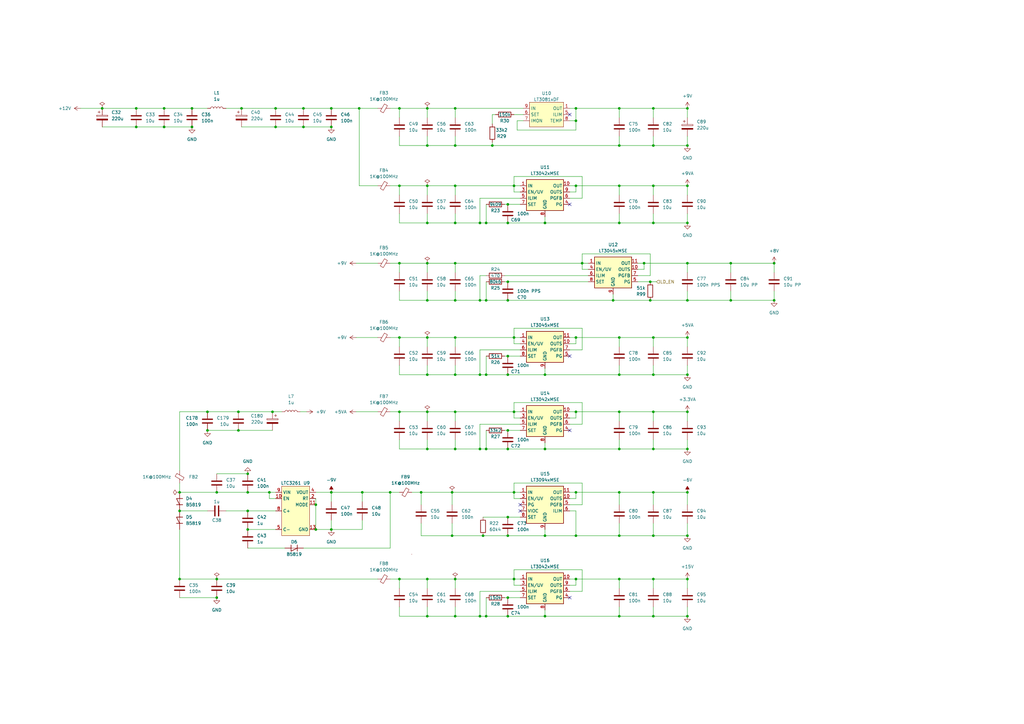
<source format=kicad_sch>
(kicad_sch (version 20230121) (generator eeschema)
  (paper "A3")
  (title_block (title "Kirdy") (date "2022-07-03") (rev "r0.1") (company "M-Labs") (comment 1 "Alex Wong Tat Hang"))
  (junction (at 175.26 237.49))
  (junction (at 223.52 184.15))
  (junction (at 236.22 76.2))
  (junction (at 238.76 107.95))
  (junction (at 210.82 201.93))
  (junction (at 78.74 44.45))
  (junction (at 210.82 76.2))
  (junction (at 236.22 168.91))
  (junction (at 185.42 219.71))
  (junction (at 101.6 217.17))
  (junction (at 254 184.15))
  (junction (at 208.28 245.11))
  (junction (at 185.42 201.93))
  (junction (at 208.28 176.53))
  (junction (at 135.89 217.17))
  (junction (at 147.32 44.45))
  (junction (at 210.82 138.43))
  (junction (at 254 91.44))
  (junction (at 266.7 115.57))
  (junction (at 236.22 49.53))
  (junction (at 208.28 252.73))
  (junction (at 196.85 184.15))
  (junction (at 266.7 123.19))
  (junction (at 88.9 237.49))
  (junction (at 199.39 252.73))
  (junction (at 186.69 138.43))
  (junction (at 208.28 184.15))
  (junction (at 78.74 52.07))
  (junction (at 254 44.45))
  (junction (at 267.97 76.2))
  (junction (at 199.39 153.67))
  (junction (at 254 237.49))
  (junction (at 111.76 168.91))
  (junction (at 163.83 76.2))
  (junction (at 317.5 107.95))
  (junction (at 99.06 44.45))
  (junction (at 67.31 52.07))
  (junction (at 175.26 59.69))
  (junction (at 267.97 201.93))
  (junction (at 113.03 52.07))
  (junction (at 175.26 153.67))
  (junction (at 175.26 91.44))
  (junction (at 41.91 44.45))
  (junction (at 281.94 138.43))
  (junction (at 267.97 138.43))
  (junction (at 175.26 107.95))
  (junction (at 85.09 168.91))
  (junction (at 196.85 91.44))
  (junction (at 199.39 123.19))
  (junction (at 267.97 252.73))
  (junction (at 281.94 237.49))
  (junction (at 186.69 252.73))
  (junction (at 208.28 123.19))
  (junction (at 254 219.71))
  (junction (at 97.79 168.91))
  (junction (at 148.59 201.93))
  (junction (at 223.52 153.67))
  (junction (at 223.52 91.44))
  (junction (at 236.22 44.45))
  (junction (at 101.6 209.55))
  (junction (at 281.94 76.2))
  (junction (at 281.94 201.93))
  (junction (at 281.94 168.91))
  (junction (at 186.69 107.95))
  (junction (at 317.5 123.19))
  (junction (at 281.94 44.45))
  (junction (at 186.69 237.49))
  (junction (at 186.69 184.15))
  (junction (at 163.83 168.91))
  (junction (at 236.22 219.71))
  (junction (at 254 168.91))
  (junction (at 281.94 252.73))
  (junction (at 251.46 123.19))
  (junction (at 186.69 76.2))
  (junction (at 198.12 219.71))
  (junction (at 281.94 184.15))
  (junction (at 267.97 44.45))
  (junction (at 135.89 201.93))
  (junction (at 186.69 91.44))
  (junction (at 267.97 168.91))
  (junction (at 175.26 168.91))
  (junction (at 281.94 219.71))
  (junction (at 160.02 201.93))
  (junction (at 186.69 59.69))
  (junction (at 208.28 83.82))
  (junction (at 135.89 52.07))
  (junction (at 236.22 201.93))
  (junction (at 113.03 44.45))
  (junction (at 254 153.67))
  (junction (at 254 138.43))
  (junction (at 210.82 168.91))
  (junction (at 281.94 91.44))
  (junction (at 254 59.69))
  (junction (at 267.97 184.15))
  (junction (at 299.72 123.19))
  (junction (at 254 76.2))
  (junction (at 101.6 201.93))
  (junction (at 163.83 138.43))
  (junction (at 186.69 123.19))
  (junction (at 175.26 252.73))
  (junction (at 135.89 44.45))
  (junction (at 196.85 123.19))
  (junction (at 208.28 91.44))
  (junction (at 172.72 201.93))
  (junction (at 208.28 153.67))
  (junction (at 73.66 209.55))
  (junction (at 201.93 59.69))
  (junction (at 267.97 237.49))
  (junction (at 208.28 212.09))
  (junction (at 196.85 252.73))
  (junction (at 124.46 52.07))
  (junction (at 175.26 184.15))
  (junction (at 163.83 107.95))
  (junction (at 186.69 153.67))
  (junction (at 88.9 201.93))
  (junction (at 254 201.93))
  (junction (at 85.09 176.53))
  (junction (at 110.49 201.93))
  (junction (at 208.28 115.57))
  (junction (at 264.16 107.95))
  (junction (at 267.97 219.71))
  (junction (at 208.28 146.05))
  (junction (at 223.52 252.73))
  (junction (at 73.66 201.93))
  (junction (at 175.26 123.19))
  (junction (at 281.94 59.69))
  (junction (at 97.79 176.53))
  (junction (at 267.97 59.69))
  (junction (at 55.88 52.07))
  (junction (at 236.22 237.49))
  (junction (at 281.94 153.67))
  (junction (at 223.52 219.71))
  (junction (at 208.28 219.71))
  (junction (at 299.72 107.95))
  (junction (at 175.26 76.2))
  (junction (at 175.26 138.43))
  (junction (at 163.83 44.45))
  (junction (at 199.39 184.15))
  (junction (at 101.6 194.31))
  (junction (at 88.9 245.11))
  (junction (at 267.97 91.44))
  (junction (at 281.94 123.19))
  (junction (at 175.26 44.45))
  (junction (at 210.82 237.49))
  (junction (at 254 252.73))
  (junction (at 73.66 237.49))
  (junction (at 163.83 237.49))
  (junction (at 186.69 168.91))
  (junction (at 129.54 207.01))
  (junction (at 67.31 44.45))
  (junction (at 267.97 153.67))
  (junction (at 124.46 44.45))
  (junction (at 55.88 44.45))
  (junction (at 186.69 44.45))
  (junction (at 281.94 107.95))
  (junction (at 129.54 217.17))
  (junction (at 236.22 138.43))
  (junction (at 199.39 91.44))
  (junction (at 196.85 153.67))
  (no_connect (at 233.68 176.53))
  (no_connect (at 233.68 245.11))
  (no_connect (at 233.68 46.99))
  (no_connect (at 213.36 209.55))
  (no_connect (at 213.36 207.01))
  (no_connect (at 233.68 83.82))
  (no_connect (at 233.68 146.05))
  (wire (pts (xy 88.9 201.93) (xy 101.6 201.93)))
  (wire (pts (xy 207.01 176.53) (xy 208.28 176.53)))
  (wire (pts (xy 267.97 214.63) (xy 267.97 219.71)))
  (wire (pts (xy 267.97 153.67) (xy 267.97 149.86)))
  (wire (pts (xy 196.85 81.28) (xy 196.85 91.44)))
  (wire (pts (xy 175.26 241.3) (xy 175.26 237.49)))
  (wire (pts (xy 160.02 237.49) (xy 163.83 237.49)))
  (wire (pts (xy 254 237.49) (xy 254 241.3)))
  (wire (pts (xy 233.68 140.97) (xy 236.22 140.97)))
  (wire (pts (xy 148.59 201.93) (xy 148.59 205.74)))
  (wire (pts (xy 281.94 252.73) (xy 281.94 248.92)))
  (wire (pts (xy 281.94 107.95) (xy 281.94 111.76)))
  (wire (pts (xy 135.89 213.36) (xy 135.89 217.17)))
  (wire (pts (xy 163.83 252.73) (xy 163.83 248.92)))
  (wire (pts (xy 208.28 176.53) (xy 213.36 176.53)))
  (wire (pts (xy 124.46 44.45) (xy 135.89 44.45)))
  (wire (pts (xy 135.89 217.17) (xy 129.54 217.17)))
  (wire (pts (xy 201.93 58.42) (xy 201.93 59.69)))
  (wire (pts (xy 196.85 91.44) (xy 199.39 91.44)))
  (wire (pts (xy 299.72 107.95) (xy 299.72 111.76)))
  (wire (pts (xy 267.97 252.73) (xy 281.94 252.73)))
  (wire (pts (xy 160.02 107.95) (xy 163.83 107.95)))
  (wire (pts (xy 186.69 172.72) (xy 186.69 168.91)))
  (wire (pts (xy 196.85 113.03) (xy 199.39 113.03)))
  (wire (pts (xy 236.22 219.71) (xy 223.52 219.71)))
  (wire (pts (xy 175.26 123.19) (xy 186.69 123.19)))
  (wire (pts (xy 175.26 252.73) (xy 175.26 248.92)))
  (wire (pts (xy 186.69 123.19) (xy 196.85 123.19)))
  (wire (pts (xy 185.42 219.71) (xy 198.12 219.71)))
  (wire (pts (xy 201.93 50.8) (xy 201.93 46.99)))
  (wire (pts (xy 267.97 153.67) (xy 281.94 153.67)))
  (wire (pts (xy 85.09 176.53) (xy 97.79 176.53)))
  (wire (pts (xy 207.01 115.57) (xy 208.28 115.57)))
  (wire (pts (xy 175.26 123.19) (xy 175.26 119.38)))
  (wire (pts (xy 210.82 76.2) (xy 213.36 76.2)))
  (wire (pts (xy 85.09 168.91) (xy 97.79 168.91)))
  (wire (pts (xy 163.83 59.69) (xy 175.26 59.69)))
  (wire (pts (xy 210.82 237.49) (xy 213.36 237.49)))
  (wire (pts (xy 254 219.71) (xy 254 214.63)))
  (wire (pts (xy 199.39 184.15) (xy 208.28 184.15)))
  (wire (pts (xy 129.54 201.93) (xy 135.89 201.93)))
  (wire (pts (xy 175.26 142.24) (xy 175.26 138.43)))
  (wire (pts (xy 199.39 252.73) (xy 208.28 252.73)))
  (wire (pts (xy 186.69 80.01) (xy 186.69 76.2)))
  (wire (pts (xy 199.39 245.11) (xy 199.39 252.73)))
  (wire (pts (xy 172.72 214.63) (xy 172.72 219.71)))
  (wire (pts (xy 92.71 209.55) (xy 101.6 209.55)))
  (wire (pts (xy 186.69 107.95) (xy 238.76 107.95)))
  (wire (pts (xy 208.28 184.15) (xy 223.52 184.15)))
  (wire (pts (xy 175.26 184.15) (xy 186.69 184.15)))
  (wire (pts (xy 208.28 91.44) (xy 223.52 91.44)))
  (wire (pts (xy 213.36 204.47) (xy 210.82 204.47)))
  (wire (pts (xy 135.89 44.45) (xy 147.32 44.45)))
  (wire (pts (xy 254 219.71) (xy 267.97 219.71)))
  (wire (pts (xy 208.28 115.57) (xy 241.3 115.57)))
  (wire (pts (xy 163.83 252.73) (xy 175.26 252.73)))
  (wire (pts (xy 185.42 201.93) (xy 210.82 201.93)))
  (wire (pts (xy 186.69 168.91) (xy 210.82 168.91)))
  (wire (pts (xy 199.39 115.57) (xy 199.39 123.19)))
  (wire (pts (xy 175.26 76.2) (xy 186.69 76.2)))
  (wire (pts (xy 186.69 91.44) (xy 186.69 87.63)))
  (wire (pts (xy 199.39 146.05) (xy 199.39 153.67)))
  (wire (pts (xy 254 153.67) (xy 254 149.86)))
  (wire (pts (xy 238.76 134.62) (xy 210.82 134.62)))
  (wire (pts (xy 199.39 153.67) (xy 208.28 153.67)))
  (wire (pts (xy 172.72 219.71) (xy 185.42 219.71)))
  (wire (pts (xy 223.52 91.44) (xy 254 91.44)))
  (wire (pts (xy 236.22 240.03) (xy 236.22 237.49)))
  (wire (pts (xy 101.6 224.79) (xy 116.84 224.79)))
  (wire (pts (xy 198.12 219.71) (xy 208.28 219.71)))
  (wire (pts (xy 254 184.15) (xy 254 180.34)))
  (wire (pts (xy 210.82 140.97) (xy 210.82 138.43)))
  (wire (pts (xy 55.88 52.07) (xy 67.31 52.07)))
  (wire (pts (xy 196.85 81.28) (xy 213.36 81.28)))
  (wire (pts (xy 267.97 59.69) (xy 254 59.69)))
  (wire (pts (xy 212.09 49.53) (xy 214.63 49.53)))
  (wire (pts (xy 241.3 110.49) (xy 238.76 110.49)))
  (wire (pts (xy 281.94 107.95) (xy 299.72 107.95)))
  (wire (pts (xy 267.97 91.44) (xy 267.97 87.63)))
  (wire (pts (xy 223.52 250.19) (xy 223.52 252.73)))
  (wire (pts (xy 281.94 123.19) (xy 281.94 119.38)))
  (wire (pts (xy 254 201.93) (xy 267.97 201.93)))
  (wire (pts (xy 186.69 44.45) (xy 214.63 44.45)))
  (wire (pts (xy 196.85 173.99) (xy 213.36 173.99)))
  (wire (pts (xy 175.26 184.15) (xy 175.26 180.34)))
  (wire (pts (xy 261.62 113.03) (xy 266.7 113.03)))
  (wire (pts (xy 238.76 107.95) (xy 241.3 107.95)))
  (wire (pts (xy 186.69 241.3) (xy 186.69 237.49)))
  (wire (pts (xy 254 237.49) (xy 267.97 237.49)))
  (wire (pts (xy 146.05 168.91) (xy 154.94 168.91)))
  (wire (pts (xy 236.22 237.49) (xy 254 237.49)))
  (wire (pts (xy 210.82 201.93) (xy 213.36 201.93)))
  (wire (pts (xy 236.22 44.45) (xy 236.22 49.53)))
  (wire (pts (xy 207.01 245.11) (xy 208.28 245.11)))
  (wire (pts (xy 210.82 78.74) (xy 210.82 76.2)))
  (wire (pts (xy 196.85 252.73) (xy 199.39 252.73)))
  (wire (pts (xy 186.69 153.67) (xy 196.85 153.67)))
  (wire (pts (xy 236.22 219.71) (xy 254 219.71)))
  (wire (pts (xy 210.82 138.43) (xy 213.36 138.43)))
  (wire (pts (xy 73.66 198.12) (xy 73.66 201.93)))
  (wire (pts (xy 238.76 173.99) (xy 238.76 165.1)))
  (wire (pts (xy 175.26 172.72) (xy 175.26 168.91)))
  (wire (pts (xy 113.03 52.07) (xy 124.46 52.07)))
  (wire (pts (xy 73.66 237.49) (xy 73.66 217.17)))
  (wire (pts (xy 238.76 165.1) (xy 210.82 165.1)))
  (wire (pts (xy 208.28 123.19) (xy 251.46 123.19)))
  (wire (pts (xy 113.03 44.45) (xy 124.46 44.45)))
  (wire (pts (xy 281.94 76.2) (xy 281.94 80.01)))
  (wire (pts (xy 163.83 172.72) (xy 163.83 168.91)))
  (wire (pts (xy 281.94 184.15) (xy 281.94 180.34)))
  (wire (pts (xy 201.93 46.99) (xy 203.2 46.99)))
  (wire (pts (xy 266.7 104.14) (xy 238.76 104.14)))
  (wire (pts (xy 210.82 240.03) (xy 210.82 237.49)))
  (wire (pts (xy 281.94 168.91) (xy 281.94 172.72)))
  (wire (pts (xy 163.83 107.95) (xy 175.26 107.95)))
  (wire (pts (xy 233.68 143.51) (xy 238.76 143.51)))
  (wire (pts (xy 261.62 115.57) (xy 266.7 115.57)))
  (wire (pts (xy 254 48.26) (xy 254 44.45)))
  (wire (pts (xy 196.85 113.03) (xy 196.85 123.19)))
  (wire (pts (xy 236.22 201.93) (xy 254 201.93)))
  (wire (pts (xy 73.66 237.49) (xy 88.9 237.49)))
  (wire (pts (xy 175.26 168.91) (xy 186.69 168.91)))
  (wire (pts (xy 233.68 240.03) (xy 236.22 240.03)))
  (wire (pts (xy 201.93 59.69) (xy 254 59.69)))
  (wire (pts (xy 175.26 44.45) (xy 186.69 44.45)))
  (wire (pts (xy 160.02 44.45) (xy 163.83 44.45)))
  (wire (pts (xy 124.46 52.07) (xy 135.89 52.07)))
  (wire (pts (xy 236.22 138.43) (xy 254 138.43)))
  (wire (pts (xy 110.49 201.93) (xy 113.03 201.93)))
  (wire (pts (xy 233.68 173.99) (xy 238.76 173.99)))
  (wire (pts (xy 210.82 134.62) (xy 210.82 138.43)))
  (wire (pts (xy 267.97 76.2) (xy 267.97 80.01)))
  (wire (pts (xy 267.97 138.43) (xy 281.94 138.43)))
  (wire (pts (xy 254 44.45) (xy 267.97 44.45)))
  (wire (pts (xy 254 91.44) (xy 267.97 91.44)))
  (wire (pts (xy 299.72 123.19) (xy 299.72 119.38)))
  (wire (pts (xy 266.7 113.03) (xy 266.7 104.14)))
  (wire (pts (xy 223.52 151.13) (xy 223.52 153.67)))
  (wire (pts (xy 233.68 138.43) (xy 236.22 138.43)))
  (wire (pts (xy 163.83 59.69) (xy 163.83 55.88)))
  (wire (pts (xy 233.68 81.28) (xy 238.76 81.28)))
  (wire (pts (xy 196.85 153.67) (xy 199.39 153.67)))
  (wire (pts (xy 163.83 123.19) (xy 175.26 123.19)))
  (wire (pts (xy 223.52 181.61) (xy 223.52 184.15)))
  (wire (pts (xy 113.03 204.47) (xy 110.49 204.47)))
  (wire (pts (xy 73.66 245.11) (xy 88.9 245.11)))
  (wire (pts (xy 186.69 59.69) (xy 201.93 59.69)))
  (wire (pts (xy 186.69 153.67) (xy 186.69 149.86)))
  (wire (pts (xy 186.69 123.19) (xy 186.69 119.38)))
  (wire (pts (xy 233.68 76.2) (xy 236.22 76.2)))
  (wire (pts (xy 185.42 214.63) (xy 185.42 219.71)))
  (wire (pts (xy 208.28 252.73) (xy 223.52 252.73)))
  (wire (pts (xy 175.26 252.73) (xy 186.69 252.73)))
  (wire (pts (xy 168.91 201.93) (xy 172.72 201.93)))
  (wire (pts (xy 186.69 48.26) (xy 186.69 44.45)))
  (wire (pts (xy 135.89 201.93) (xy 148.59 201.93)))
  (wire (pts (xy 115.57 168.91) (xy 111.76 168.91)))
  (wire (pts (xy 123.19 168.91) (xy 125.73 168.91)))
  (wire (pts (xy 267.97 44.45) (xy 281.94 44.45)))
  (wire (pts (xy 199.39 176.53) (xy 199.39 184.15)))
  (wire (pts (xy 254 168.91) (xy 254 172.72)))
  (wire (pts (xy 254 201.93) (xy 254 207.01)))
  (wire (pts (xy 185.42 201.93) (xy 185.42 207.01)))
  (wire (pts (xy 135.89 201.93) (xy 135.89 205.74)))
  (wire (pts (xy 213.36 78.74) (xy 210.82 78.74)))
  (wire (pts (xy 267.97 48.26) (xy 267.97 44.45)))
  (wire (pts (xy 163.83 237.49) (xy 175.26 237.49)))
  (wire (pts (xy 196.85 143.51) (xy 213.36 143.51)))
  (wire (pts (xy 186.69 252.73) (xy 186.69 248.92)))
  (wire (pts (xy 175.26 153.67) (xy 175.26 149.86)))
  (wire (pts (xy 233.68 168.91) (xy 236.22 168.91)))
  (wire (pts (xy 212.09 49.53) (xy 212.09 53.34)))
  (wire (pts (xy 186.69 138.43) (xy 210.82 138.43)))
  (wire (pts (xy 266.7 115.57) (xy 269.24 115.57)))
  (wire (pts (xy 236.22 49.53) (xy 233.68 49.53)))
  (wire (pts (xy 281.94 123.19) (xy 299.72 123.19)))
  (wire (pts (xy 233.68 171.45) (xy 236.22 171.45)))
  (wire (pts (xy 254 91.44) (xy 254 87.63)))
  (wire (pts (xy 238.76 81.28) (xy 238.76 72.39)))
  (wire (pts (xy 213.36 240.03) (xy 210.82 240.03)))
  (wire (pts (xy 236.22 209.55) (xy 236.22 219.71)))
  (wire (pts (xy 163.83 80.01) (xy 163.83 76.2)))
  (wire (pts (xy 251.46 123.19) (xy 266.7 123.19)))
  (wire (pts (xy 254 153.67) (xy 267.97 153.67)))
  (wire (pts (xy 101.6 217.17) (xy 113.03 217.17)))
  (wire (pts (xy 163.83 241.3) (xy 163.83 237.49)))
  (wire (pts (xy 233.68 242.57) (xy 238.76 242.57)))
  (wire (pts (xy 236.22 168.91) (xy 254 168.91)))
  (wire (pts (xy 223.52 219.71) (xy 223.52 217.17)))
  (wire (pts (xy 160.02 224.79) (xy 160.02 201.93)))
  (wire (pts (xy 163.83 48.26) (xy 163.83 44.45)))
  (wire (pts (xy 236.22 53.34) (xy 236.22 49.53)))
  (wire (pts (xy 78.74 44.45) (xy 85.09 44.45)))
  (wire (pts (xy 267.97 201.93) (xy 281.94 201.93)))
  (wire (pts (xy 148.59 217.17) (xy 135.89 217.17)))
  (wire (pts (xy 92.71 44.45) (xy 99.06 44.45)))
  (wire (pts (xy 281.94 44.45) (xy 281.94 48.26)))
  (wire (pts (xy 175.26 48.26) (xy 175.26 44.45)))
  (wire (pts (xy 163.83 153.67) (xy 175.26 153.67)))
  (wire (pts (xy 175.26 153.67) (xy 186.69 153.67)))
  (wire (pts (xy 160.02 201.93) (xy 163.83 201.93)))
  (wire (pts (xy 267.97 237.49) (xy 281.94 237.49)))
  (wire (pts (xy 175.26 111.76) (xy 175.26 107.95)))
  (wire (pts (xy 110.49 204.47) (xy 110.49 201.93)))
  (wire (pts (xy 175.26 59.69) (xy 175.26 55.88)))
  (wire (pts (xy 210.82 168.91) (xy 213.36 168.91)))
  (wire (pts (xy 267.97 201.93) (xy 267.97 207.01)))
  (wire (pts (xy 198.12 212.09) (xy 208.28 212.09)))
  (wire (pts (xy 254 252.73) (xy 254 248.92)))
  (wire (pts (xy 233.68 78.74) (xy 236.22 78.74)))
  (wire (pts (xy 172.72 201.93) (xy 172.72 207.01)))
  (wire (pts (xy 238.76 110.49) (xy 238.76 107.95)))
  (wire (pts (xy 33.02 44.45) (xy 41.91 44.45)))
  (wire (pts (xy 238.76 72.39) (xy 210.82 72.39)))
  (wire (pts (xy 199.39 123.19) (xy 208.28 123.19)))
  (wire (pts (xy 254 252.73) (xy 267.97 252.73)))
  (wire (pts (xy 264.16 107.95) (xy 281.94 107.95)))
  (wire (pts (xy 236.22 140.97) (xy 236.22 138.43)))
  (wire (pts (xy 129.54 207.01) (xy 129.54 217.17)))
  (wire (pts (xy 267.97 252.73) (xy 267.97 248.92)))
  (wire (pts (xy 261.62 110.49) (xy 264.16 110.49)))
  (wire (pts (xy 41.91 44.45) (xy 55.88 44.45)))
  (wire (pts (xy 186.69 59.69) (xy 186.69 55.88)))
  (wire (pts (xy 163.83 76.2) (xy 175.26 76.2)))
  (wire (pts (xy 154.94 76.2) (xy 147.32 76.2)))
  (wire (pts (xy 254 55.88) (xy 254 59.69)))
  (wire (pts (xy 163.83 153.67) (xy 163.83 149.86)))
  (wire (pts (xy 299.72 123.19) (xy 317.5 123.19)))
  (wire (pts (xy 175.26 107.95) (xy 186.69 107.95)))
  (wire (pts (xy 196.85 242.57) (xy 196.85 252.73)))
  (wire (pts (xy 267.97 91.44) (xy 281.94 91.44)))
  (wire (pts (xy 73.66 209.55) (xy 85.09 209.55)))
  (wire (pts (xy 186.69 237.49) (xy 210.82 237.49)))
  (wire (pts (xy 101.6 201.93) (xy 110.49 201.93)))
  (wire (pts (xy 99.06 44.45) (xy 113.03 44.45)))
  (wire (pts (xy 186.69 184.15) (xy 186.69 180.34)))
  (wire (pts (xy 264.16 110.49) (xy 264.16 107.95)))
  (wire (pts (xy 73.66 168.91) (xy 73.66 193.04)))
  (wire (pts (xy 210.82 46.99) (xy 214.63 46.99)))
  (wire (pts (xy 147.32 44.45) (xy 147.32 76.2)))
  (wire (pts (xy 146.05 107.95) (xy 154.94 107.95)))
  (wire (pts (xy 175.26 91.44) (xy 186.69 91.44)))
  (wire (pts (xy 261.62 107.95) (xy 264.16 107.95)))
  (wire (pts (xy 210.82 72.39) (xy 210.82 76.2)))
  (wire (pts (xy 254 76.2) (xy 267.97 76.2)))
  (wire (pts (xy 233.68 237.49) (xy 236.22 237.49)))
  (wire (pts (xy 196.85 123.19) (xy 199.39 123.19)))
  (wire (pts (xy 238.76 198.12) (xy 210.82 198.12)))
  (wire (pts (xy 233.68 44.45) (xy 236.22 44.45)))
  (wire (pts (xy 146.05 138.43) (xy 154.94 138.43)))
  (wire (pts (xy 196.85 143.51) (xy 196.85 153.67)))
  (wire (pts (xy 281.94 91.44) (xy 281.94 87.63)))
  (wire (pts (xy 41.91 52.07) (xy 55.88 52.07)))
  (wire (pts (xy 196.85 173.99) (xy 196.85 184.15)))
  (wire (pts (xy 281.94 138.43) (xy 281.94 142.24)))
  (wire (pts (xy 281.94 153.67) (xy 281.94 149.86)))
  (wire (pts (xy 233.68 204.47) (xy 236.22 204.47)))
  (wire (pts (xy 199.39 91.44) (xy 208.28 91.44)))
  (wire (pts (xy 238.76 207.01) (xy 238.76 198.12)))
  (wire (pts (xy 163.83 168.91) (xy 175.26 168.91)))
  (wire (pts (xy 236.22 78.74) (xy 236.22 76.2)))
  (wire (pts (xy 207.01 146.05) (xy 208.28 146.05)))
  (wire (pts (xy 196.85 184.15) (xy 199.39 184.15)))
  (wire (pts (xy 212.09 53.34) (xy 236.22 53.34)))
  (wire (pts (xy 196.85 242.57) (xy 213.36 242.57)))
  (wire (pts (xy 208.28 153.67) (xy 223.52 153.67)))
  (wire (pts (xy 210.82 171.45) (xy 210.82 168.91)))
  (wire (pts (xy 186.69 76.2) (xy 210.82 76.2)))
  (wire (pts (xy 210.82 198.12) (xy 210.82 201.93)))
  (wire (pts (xy 147.32 44.45) (xy 154.94 44.45)))
  (wire (pts (xy 213.36 140.97) (xy 210.82 140.97)))
  (wire (pts (xy 238.76 242.57) (xy 238.76 233.68)))
  (wire (pts (xy 88.9 194.31) (xy 101.6 194.31)))
  (wire (pts (xy 317.5 123.19) (xy 317.5 119.38)))
  (wire (pts (xy 267.97 168.91) (xy 267.97 172.72)))
  (wire (pts (xy 267.97 76.2) (xy 281.94 76.2)))
  (wire (pts (xy 186.69 142.24) (xy 186.69 138.43)))
  (wire (pts (xy 281.94 55.88) (xy 281.94 59.69)))
  (wire (pts (xy 67.31 52.07) (xy 78.74 52.07)))
  (wire (pts (xy 210.82 204.47) (xy 210.82 201.93)))
  (wire (pts (xy 238.76 233.68) (xy 210.82 233.68)))
  (wire (pts (xy 254 138.43) (xy 267.97 138.43)))
  (wire (pts (xy 251.46 120.65) (xy 251.46 123.19)))
  (wire (pts (xy 267.97 219.71) (xy 281.94 219.71)))
  (wire (pts (xy 208.28 245.11) (xy 213.36 245.11)))
  (wire (pts (xy 223.52 88.9) (xy 223.52 91.44)))
  (wire (pts (xy 73.66 168.91) (xy 85.09 168.91)))
  (wire (pts (xy 267.97 237.49) (xy 267.97 241.3)))
  (wire (pts (xy 254 184.15) (xy 267.97 184.15)))
  (wire (pts (xy 236.22 171.45) (xy 236.22 168.91)))
  (wire (pts (xy 210.82 233.68) (xy 210.82 237.49)))
  (wire (pts (xy 163.83 111.76) (xy 163.83 107.95)))
  (wire (pts (xy 55.88 44.45) (xy 67.31 44.45)))
  (wire (pts (xy 199.39 83.82) (xy 199.39 91.44)))
  (wire (pts (xy 160.02 168.91) (xy 163.83 168.91)))
  (wire (pts (xy 124.46 224.79) (xy 160.02 224.79)))
  (wire (pts (xy 254 138.43) (xy 254 142.24)))
  (wire (pts (xy 208.28 212.09) (xy 213.36 212.09)))
  (wire (pts (xy 210.82 165.1) (xy 210.82 168.91)))
  (wire (pts (xy 299.72 107.95) (xy 317.5 107.95)))
  (wire (pts (xy 160.02 76.2) (xy 163.83 76.2)))
  (wire (pts (xy 163.83 123.19) (xy 163.83 119.38)))
  (wire (pts (xy 67.31 44.45) (xy 78.74 44.45)))
  (wire (pts (xy 175.26 59.69) (xy 186.69 59.69)))
  (wire (pts (xy 163.83 184.15) (xy 175.26 184.15)))
  (wire (pts (xy 208.28 146.05) (xy 213.36 146.05)))
  (wire (pts (xy 175.26 237.49) (xy 186.69 237.49)))
  (wire (pts (xy 254 168.91) (xy 267.97 168.91)))
  (wire (pts (xy 111.76 168.91) (xy 97.79 168.91)))
  (wire (pts (xy 186.69 111.76) (xy 186.69 107.95)))
  (wire (pts (xy 160.02 201.93) (xy 148.59 201.93)))
  (wire (pts (xy 172.72 201.93) (xy 185.42 201.93)))
  (wire (pts (xy 175.26 91.44) (xy 175.26 87.63)))
  (wire (pts (xy 281.94 201.93) (xy 281.94 207.01)))
  (wire (pts (xy 99.06 52.07) (xy 113.03 52.07)))
  (wire (pts (xy 101.6 209.55) (xy 113.03 209.55)))
  (wire (pts (xy 223.52 153.67) (xy 254 153.67)))
  (wire (pts (xy 238.76 143.51) (xy 238.76 134.62)))
  (wire (pts (xy 73.66 201.93) (xy 88.9 201.93)))
  (wire (pts (xy 175.26 138.43) (xy 186.69 138.43)))
  (wire (pts (xy 267.97 168.91) (xy 281.94 168.91)))
  (wire (pts (xy 233.68 207.01) (xy 238.76 207.01)))
  (wire (pts (xy 163.83 91.44) (xy 175.26 91.44)))
  (wire (pts (xy 236.22 76.2) (xy 254 76.2)))
  (wire (pts (xy 236.22 204.47) (xy 236.22 201.93)))
  (wire (pts (xy 236.22 44.45) (xy 254 44.45)))
  (wire (pts (xy 160.02 138.43) (xy 163.83 138.43)))
  (wire (pts (xy 208.28 219.71) (xy 223.52 219.71)))
  (wire (pts (xy 236.22 209.55) (xy 233.68 209.55)))
  (wire (pts (xy 111.76 176.53) (xy 97.79 176.53)))
  (wire (pts (xy 186.69 184.15) (xy 196.85 184.15)))
  (wire (pts (xy 267.97 184.15) (xy 267.97 180.34)))
  (wire (pts (xy 207.01 83.82) (xy 208.28 83.82)))
  (wire (pts (xy 267.97 138.43) (xy 267.97 142.24)))
  (wire (pts (xy 213.36 171.45) (xy 210.82 171.45)))
  (wire (pts (xy 233.68 201.93) (xy 236.22 201.93)))
  (wire (pts (xy 254 76.2) (xy 254 80.01)))
  (wire (pts (xy 266.7 123.19) (xy 281.94 123.19)))
  (wire (pts (xy 163.83 44.45) (xy 175.26 44.45)))
  (wire (pts (xy 223.52 184.15) (xy 254 184.15)))
  (wire (pts (xy 163.83 138.43) (xy 175.26 138.43)))
  (wire (pts (xy 208.28 83.82) (xy 213.36 83.82)))
  (wire (pts (xy 186.69 91.44) (xy 196.85 91.44)))
  (wire (pts (xy 163.83 91.44) (xy 163.83 87.63)))
  (wire (pts (xy 317.5 107.95) (xy 317.5 111.76)))
  (wire (pts (xy 281.94 237.49) (xy 281.94 241.3)))
  (wire (pts (xy 148.59 213.36) (xy 148.59 217.17)))
  (wire (pts (xy 267.97 55.88) (xy 267.97 59.69)))
  (wire (pts (xy 129.54 204.47) (xy 129.54 207.01)))
  (wire (pts (xy 267.97 59.69) (xy 281.94 59.69)))
  (wire (pts (xy 223.52 252.73) (xy 254 252.73)))
  (wire (pts (xy 186.69 252.73) (xy 196.85 252.73)))
  (wire (pts (xy 267.97 184.15) (xy 281.94 184.15)))
  (wire (pts (xy 238.76 104.14) (xy 238.76 107.95)))
  (wire (pts (xy 281.94 214.63) (xy 281.94 219.71)))
  (wire (pts (xy 175.26 80.01) (xy 175.26 76.2)))
  (wire (pts (xy 163.83 184.15) (xy 163.83 180.34)))
  (wire (pts (xy 88.9 237.49) (xy 154.94 237.49)))
  (wire (pts (xy 207.01 113.03) (xy 241.3 113.03)))
  (wire (pts (xy 163.83 142.24) (xy 163.83 138.43)))
  (hierarchical_label "LD_EN" (shape input) (at 269.24 115.57 0))
  (symbol (lib_id "Device:R") (at 198.12 215.9 0) (unit 1)
    (property "Reference" "R22" (at 200.66 214.6299 0) (effects (justify left)))
    (property "Value" "60k4" (at 200.66 217.1699 0) (effects (justify left)))
    (property "Footprint" "Resistor_SMD:R_0603_1608Metric" (effects hide))
    (property "MFR_PN" "RT0603FRE0760K4L" (effects hide))
    (property "MFR_PN_ALT" "RC0603FR-0760K4L" (effects hide))
  )
  (symbol (lib_id "Device:C") (at 85.09 172.72 0) (mirror y) (unit 1)
    (property "Reference" "C178" (at 81.28 171.4499 0) (effects (justify left)))
    (property "Value" "100n" (at 81.28 173.9899 0) (effects (justify left)))
    (property "Footprint" "Capacitor_SMD:C_0603_1608Metric" (effects hide))
    (property "MFR_PN" "CL10B104KB8NNWC" (effects hide))
    (property "MFR_PN_ALT" "CL10B104KB8NNNL" (effects hide))
  )
  (symbol (lib_id "Device:C") (at 254 83.82 0) (unit 1)
    (property "Reference" "C76" (at 257.81 82.5499 0) (effects (justify left)))
    (property "Value" "100n" (at 257.81 85.0899 0) (effects (justify left)))
    (property "Footprint" "Capacitor_SMD:C_0603_1608Metric" (effects hide))
    (property "MFR_PN" "CL10B104KB8NNWC" (effects hide))
    (property "MFR_PN_ALT" "CL10B104KB8NNNL" (effects hide))
  )
  (symbol (lib_id "power:+5VA") (at 281.94 138.43 0) (unit 1)
    (property "Reference" "#PWR074" (effects hide))
    (property "Value" "+5VA" (at 281.94 133.35 0))
  )
  (symbol (lib_id "Device:C") (at 101.6 213.36 0) (unit 1)
    (property "Reference" "C42" (at 105.41 212.0899 0) (effects (justify left)))
    (property "Value" "1u" (at 105.41 214.6299 0) (effects (justify left)))
    (property "Footprint" "Capacitor_SMD:C_0603_1608Metric" (effects hide))
    (property "MFR_PN" "CL10B105KA8NNNC" (effects hide))
    (property "MFR_PN_ALT" "CGA3E1X7R1E105K080AC" (effects hide))
  )
  (symbol (lib_id "power:PWR_FLAG") (at 175.26 76.2 0) (unit 1)
    (property "Reference" "#FLG0106" (effects hide))
    (property "Value" "PWR_FLAG" (effects hide))
  )
  (symbol (lib_id "Device:C") (at 148.59 209.55 0) (unit 1)
    (property "Reference" "C48" (at 152.4 208.2799 0) (effects (justify left)))
    (property "Value" "10u" (at 152.4 210.8199 0) (effects (justify left)))
    (property "Footprint" "Capacitor_SMD:C_0805_2012Metric" (effects hide))
    (property "MFR_PN" "CL21B106KOQNNNG" (effects hide))
    (property "MFR_PN_ALT" "CL21B106KOQNNNE" (effects hide))
  )
  (symbol (lib_id "Device:R") (at 203.2 83.82 90) (unit 1)
    (property "Reference" "R23" (at 203.2 86.36 90))
    (property "Value" "9k09" (at 203.2 83.82 90))
    (property "Footprint" "Resistor_SMD:R_0603_1608Metric" (effects hide))
    (property "MFR_PN" "CR0603-FX-9091ELF" (effects hide))
    (property "MFR_PN_ALT" "RK73H1JTTD9091F" (effects hide))
  )
  (symbol (lib_id "Device:R") (at 203.2 245.11 90) (unit 1)
    (property "Reference" "R28" (at 203.2 247.65 90))
    (property "Value" "150k" (at 203.2 245.11 90))
    (property "Footprint" "Resistor_SMD:R_0603_1608Metric" (effects hide))
    (property "MFR_PN" "CRGCQ0603F150K" (effects hide))
    (property "MFR_PN_ALT" "RMCF0603FG150K" (effects hide))
  )
  (symbol (lib_id "Device:C") (at 281.94 210.82 0) (unit 1)
    (property "Reference" "C94" (at 285.75 209.5499 0) (effects (justify left)))
    (property "Value" "10u" (at 285.75 212.0899 0) (effects (justify left)))
    (property "Footprint" "Capacitor_SMD:C_0805_2012Metric" (effects hide))
    (property "MFR_PN" "CL21B106KOQNNNG" (effects hide))
    (property "MFR_PN_ALT" "CL21B106KOQNNNE" (effects hide))
  )
  (symbol (lib_id "Device:C") (at 186.69 83.82 0) (unit 1)
    (property "Reference" "C64" (at 190.5 82.5499 0) (effects (justify left)))
    (property "Value" "100n" (at 190.5 85.0899 0) (effects (justify left)))
    (property "Footprint" "Capacitor_SMD:C_0603_1608Metric" (effects hide))
    (property "MFR_PN" "CL10B104KB8NNWC" (effects hide))
    (property "MFR_PN_ALT" "CL10B104KB8NNNL" (effects hide))
  )
  (symbol (lib_id "Device:C") (at 113.03 48.26 0) (unit 1)
    (property "Reference" "C44" (at 116.84 46.9899 0) (effects (justify left)))
    (property "Value" "10u" (at 116.84 49.5299 0) (effects (justify left)))
    (property "Footprint" "Capacitor_SMD:C_0805_2012Metric" (effects hide))
    (property "MFR_PN" "CL21B106KOQNNNG" (effects hide))
    (property "MFR_PN_ALT" "CL21B106KOQNNNE" (effects hide))
  )
  (symbol (lib_id "power:PWR_FLAG") (at 175.26 107.95 0) (unit 1)
    (property "Reference" "#FLG0108" (effects hide))
    (property "Value" "PWR_FLAG" (effects hide))
  )
  (symbol (lib_id "Device:R") (at 266.7 119.38 180) (unit 1)
    (property "Reference" "R99" (at 262.89 120.65 0))
    (property "Value" "51k" (at 262.89 118.11 0))
    (property "Footprint" "Resistor_SMD:R_0603_1608Metric" (effects hide))
    (property "MFR_PN" "RMCF0603FT51K0" (effects hide))
    (property "MFR_PN_ALT" "CR0603-FX-5102ELF" (effects hide))
  )
  (symbol (lib_id "Device:FerriteBead_Small") (at 73.66 195.58 180) (unit 1)
    (property "Reference" "FB2" (at 77.47 195.58 0) (effects (justify right)))
    (property "Value" "1K@100MHz" (at 58.42 195.58 0) (effects (justify right)))
    (property "Footprint" "Inductor_SMD:L_1210_3225Metric" (effects hide))
    (property "MFR_PN" "FBMH3225HM102NT" (effects hide))
    (property "MFR_PN_ALT" "FBMH3225HM102NTV" (effects hide))
  )
  (symbol (lib_id "Device:C") (at 208.28 180.34 0) (unit 1)
    (property "Reference" "C72" (at 209.55 182.88 0) (effects (justify left)))
    (property "Value" "100n" (at 212.09 180.34 0) (effects (justify left)))
    (property "Footprint" "Capacitor_SMD:C_0603_1608Metric" (effects hide))
    (property "MFR_PN" "CL10B104KB8NNWC" (effects hide))
    (property "MFR_PN_ALT" "CL10B104KB8NNNL" (effects hide))
  )
  (symbol (lib_id "Device:C") (at 186.69 115.57 0) (unit 1)
    (property "Reference" "C65" (at 190.5 114.2999 0) (effects (justify left)))
    (property "Value" "100n" (at 190.5 116.8399 0) (effects (justify left)))
    (property "Footprint" "Capacitor_SMD:C_0603_1608Metric" (effects hide))
    (property "MFR_PN" "CL10B104KB8NNWC" (effects hide))
    (property "MFR_PN_ALT" "CL10B104KB8NNNL" (effects hide))
  )
  (symbol (lib_id "Device:C") (at 175.26 176.53 0) (unit 1)
    (property "Reference" "C60" (at 179.07 175.2599 0) (effects (justify left)))
    (property "Value" "10u" (at 179.07 177.7999 0) (effects (justify left)))
    (property "Footprint" "Capacitor_SMD:C_0805_2012Metric" (effects hide))
    (property "MFR_PN" "CL21B106KOQNNNG" (effects hide))
    (property "MFR_PN_ALT" "CL21B106KOQNNNE" (effects hide))
  )
  (symbol (lib_id "Device:C") (at 254 52.07 0) (unit 1)
    (property "Reference" "C75" (at 257.81 50.7999 0) (effects (justify left)))
    (property "Value" "100n" (at 257.81 53.3399 0) (effects (justify left)))
    (property "Footprint" "Capacitor_SMD:C_0603_1608Metric" (effects hide))
    (property "MFR_PN" "CL10B104KB8NNWC" (effects hide))
    (property "MFR_PN_ALT" "CL10B104KB8NNNL" (effects hide))
  )
  (symbol (lib_id "power:GND") (at 317.5 123.19 0) (unit 1)
    (property "Reference" "#PWR073" (effects hide))
    (property "Value" "GND" (at 317.5 128.27 0))
  )
  (symbol (lib_id "Device:C") (at 267.97 210.82 0) (unit 1)
    (property "Reference" "C87" (at 271.78 209.5499 0) (effects (justify left)))
    (property "Value" "10u" (at 271.78 212.0899 0) (effects (justify left)))
    (property "Footprint" "Capacitor_SMD:C_0805_2012Metric" (effects hide))
    (property "MFR_PN" "CL21B106KOQNNNG" (effects hide))
    (property "MFR_PN_ALT" "CL21B106KOQNNNE" (effects hide))
  )
  (symbol (lib_id "Device:C") (at 175.26 245.11 0) (unit 1)
    (property "Reference" "C61" (at 179.07 243.8399 0) (effects (justify left)))
    (property "Value" "10u" (at 179.07 246.3799 0) (effects (justify left)))
    (property "Footprint" "Capacitor_SMD:C_0805_2012Metric" (effects hide))
    (property "MFR_PN" "CL21B106KOQNNNG" (effects hide))
    (property "MFR_PN_ALT" "CL21B106KOQNNNE" (effects hide))
  )
  (symbol (lib_id "Device:C") (at 186.69 245.11 0) (unit 1)
    (property "Reference" "C68" (at 190.5 243.8399 0) (effects (justify left)))
    (property "Value" "100n" (at 190.5 246.3799 0) (effects (justify left)))
    (property "Footprint" "Capacitor_SMD:C_0603_1608Metric" (effects hide))
    (property "MFR_PN" "CL10B104KB8NNWC" (effects hide))
    (property "MFR_PN_ALT" "CL10B104KB8NNNL" (effects hide))
  )
  (symbol (lib_id "Device:R") (at 203.2 146.05 90) (unit 1)
    (property "Reference" "R26" (at 203.2 148.59 90))
    (property "Value" "51k" (at 203.2 146.05 90))
    (property "Footprint" "Resistor_SMD:R_0603_1608Metric" (effects hide))
    (property "MFR_PN" "RMCF0603FT51K0" (effects hide))
    (property "MFR_PN_ALT" "CR0603-FX-5102ELF" (effects hide))
  )
  (symbol (lib_id "Device:C") (at 175.26 52.07 0) (unit 1)
    (property "Reference" "C56" (at 179.07 50.7999 0) (effects (justify left)))
    (property "Value" "10u" (at 179.07 53.3399 0) (effects (justify left)))
    (property "Footprint" "Capacitor_SMD:C_0805_2012Metric" (effects hide))
    (property "MFR_PN" "CL21B106KOQNNNG" (effects hide))
    (property "MFR_PN_ALT" "CL21B106KOQNNNE" (effects hide))
  )
  (symbol (lib_id "Device:L") (at 88.9 44.45 90) (unit 1)
    (property "Reference" "L1" (at 88.9 38.1 90))
    (property "Value" "1u" (at 88.9 40.64 90))
    (property "Footprint" "Inductor_SMD:L_1008_2520Metric" (effects hide))
    (property "MFR_PN" "DFE252012F-1R0M=P2" (effects hide))
    (property "MFR_PN_ALT" "DFE252012P-1R0M=P2" (effects hide))
  )
  (symbol (lib_id "Device:D_Shockley") (at 73.66 213.36 90) (unit 1)
    (property "Reference" "D5" (at 76.2 212.0899 90) (effects (justify right)))
    (property "Value" "B5819" (at 76.2 214.6299 90) (effects (justify right)))
    (property "Footprint" "Diode_SMD:D_SOD-323" (effects hide))
    (property "MFR_PN" "B5819WS-TP" (effects hide))
  )
  (symbol (lib_id "Device:C_Polarized") (at 281.94 52.07 0) (unit 1)
    (property "Reference" "C89" (at 285.75 49.9109 0) (effects (justify left)))
    (property "Value" "220u" (at 285.75 52.4509 0) (effects (justify left)))
    (property "Footprint" "Capacitor_Tantalum_SMD:CP_EIA-7343-15_Kemet-W" (effects hide))
    (property "MFR_PN" "T491D227K016AT" (effects hide))
    (property "MFR_PN_ALT" "293D227X9016E2TE3" (effects hide))
  )
  (symbol (lib_id "power:-9V") (at 135.89 201.93 0) (unit 1)
    (property "Reference" "#PWR063" (effects hide))
    (property "Value" "-9V" (at 135.89 196.85 0))
  )
  (symbol (lib_id "Device:FerriteBead_Small") (at 157.48 107.95 90) (unit 1)
    (property "Reference" "FB5" (at 157.4419 101.6 90))
    (property "Value" "1K@100MHz" (at 157.4419 104.14 90))
    (property "Footprint" "Inductor_SMD:L_1210_3225Metric" (effects hide))
    (property "MFR_PN" "FBMH3225HM102NT" (effects hide))
    (property "MFR_PN_ALT" "FBMH3225HM102NTV" (effects hide))
  )
  (symbol (lib_id "Device:C") (at 254 210.82 0) (unit 1)
    (property "Reference" "C80" (at 257.81 209.5499 0) (effects (justify left)))
    (property "Value" "100n" (at 257.81 212.0899 0) (effects (justify left)))
    (property "Footprint" "Capacitor_SMD:C_0603_1608Metric" (effects hide))
    (property "MFR_PN" "CL10B104KB8NNWC" (effects hide))
    (property "MFR_PN_ALT" "CL10B104KB8NNNL" (effects hide))
  )
  (symbol (lib_id "power:PWR_FLAG") (at 175.26 138.43 0) (unit 1)
    (property "Reference" "#FLG0109" (effects hide))
    (property "Value" "PWR_FLAG" (effects hide))
  )
  (symbol (lib_id "power:GND") (at 281.94 91.44 0) (unit 1)
    (property "Reference" "#PWR071" (effects hide))
    (property "Value" "GND" (at 281.94 96.52 0))
  )
  (symbol (lib_id "power:+9V") (at 281.94 44.45 0) (unit 1)
    (property "Reference" "#PWR068" (effects hide))
    (property "Value" "+9V" (at 281.94 39.37 0))
  )
  (symbol (lib_id "power:PWR_FLAG") (at 185.42 201.93 0) (unit 1)
    (property "Reference" "#FLG0102" (effects hide))
    (property "Value" "PWR_FLAG" (effects hide))
  )
  (symbol (lib_id "Device:FerriteBead_Small") (at 166.37 201.93 90) (unit 1)
    (property "Reference" "FB9" (at 166.3319 195.58 90))
    (property "Value" "1K@100MHz" (at 166.3319 198.12 90))
    (property "Footprint" "Inductor_SMD:L_1210_3225Metric" (effects hide))
    (property "MFR_PN" "FBMH3225HM102NT" (effects hide))
    (property "MFR_PN_ALT" "FBMH3225HM102NTV" (effects hide))
  )
  (symbol (lib_id "Device:C") (at 208.28 119.38 0) (unit 1)
    (property "Reference" "C70" (at 212.09 121.92 0) (effects (justify left)))
    (property "Value" "100n PPS" (at 212.09 119.38 0) (effects (justify left)))
    (property "Footprint" "Capacitor_SMD:C_1210_3225Metric" (effects hide))
    (property "MFR_PN" "ECH-U1C104JX5" (effects hide))
  )
  (symbol (lib_id "Device:C") (at 281.94 245.11 0) (unit 1)
    (property "Reference" "C95" (at 285.75 243.8399 0) (effects (justify left)))
    (property "Value" "10u" (at 285.75 246.3799 0) (effects (justify left)))
    (property "Footprint" "Capacitor_SMD:C_0805_2012Metric" (effects hide))
    (property "MFR_PN" "CL21B106KOQNNNG" (effects hide))
    (property "MFR_PN_ALT" "CL21B106KOQNNNE" (effects hide))
  )
  (symbol (lib_id "Device:C") (at 135.89 48.26 0) (unit 1)
    (property "Reference" "C46" (at 139.7 46.9899 0) (effects (justify left)))
    (property "Value" "100n" (at 139.7 49.5299 0) (effects (justify left)))
    (property "Footprint" "Capacitor_SMD:C_0603_1608Metric" (effects hide))
    (property "MFR_PN" "CL10B104KB8NNWC" (effects hide))
    (property "MFR_PN_ALT" "CL10B104KB8NNNL" (effects hide))
  )
  (symbol (lib_id "Device:C") (at 281.94 115.57 0) (unit 1)
    (property "Reference" "C77" (at 285.75 114.2999 0) (effects (justify left)))
    (property "Value" "100n PPS" (at 285.75 116.8399 0) (effects (justify left)))
    (property "Footprint" "Capacitor_SMD:C_1210_3225Metric" (effects hide))
    (property "MFR_PN" "ECH-U1C104JX5" (effects hide))
  )
  (symbol (lib_id "Device:C") (at 88.9 198.12 0) (unit 1)
    (property "Reference" "C37" (at 92.71 196.8499 0) (effects (justify left)))
    (property "Value" "10u" (at 92.71 199.3899 0) (effects (justify left)))
    (property "Footprint" "Capacitor_SMD:C_0805_2012Metric" (effects hide))
    (property "MFR_PN" "CL21B106KOQNNNG" (effects hide))
    (property "MFR_PN_ALT" "CL21B106KOQNNNE" (effects hide))
  )
  (symbol (lib_id "Regulator_Linear:LT3042xMSE") (at 223.52 78.74 0) (unit 1)
    (property "Reference" "U11" (at 223.52 68.58 0))
    (property "Value" "LT3042xMSE" (at 223.52 71.12 0))
    (property "Footprint" "Package_SO:MSOP-10-1EP_3x3mm_P0.5mm_EP1.68x1.88mm" (effects hide))
    (property "Datasheet" "https://www.analog.com/media/en/technical-documentation/data-sheets/3042fb.pdf" (effects hide))
    (property "MFR_PN" "LT3042IMSE#PBF" (effects hide))
    (property "MFR_PN_ALT" "LT3042IMSE#TRPBF" (effects hide))
  )
  (symbol (lib_id "Device:C") (at 88.9 209.55 90) (unit 1)
    (property "Reference" "C38" (at 88.9 213.36 90))
    (property "Value" "1u" (at 88.9 205.74 90))
    (property "Footprint" "Capacitor_SMD:C_0603_1608Metric" (effects hide))
    (property "MFR_PN" "CL10B105KA8NNNC" (effects hide))
    (property "MFR_PN_ALT" "CGA3E1X7R1E105K080AC" (effects hide))
  )
  (symbol (lib_id "Device:C") (at 267.97 52.07 0) (unit 1)
    (property "Reference" "C82" (at 271.78 50.7999 0) (effects (justify left)))
    (property "Value" "10u" (at 271.78 53.3399 0) (effects (justify left)))
    (property "Footprint" "Capacitor_SMD:C_0805_2012Metric" (effects hide))
    (property "MFR_PN" "CL21B106KOQNNNG" (effects hide))
    (property "MFR_PN_ALT" "CL21B106KOQNNNE" (effects hide))
  )
  (symbol (lib_id "Device:C") (at 101.6 220.98 0) (unit 1)
    (property "Reference" "C43" (at 105.41 219.7099 0) (effects (justify left)))
    (property "Value" "1u" (at 105.41 222.2499 0) (effects (justify left)))
    (property "Footprint" "Capacitor_SMD:C_0603_1608Metric" (effects hide))
    (property "MFR_PN" "CL10B105KA8NNNC" (effects hide))
    (property "MFR_PN_ALT" "CGA3E1X7R1E105K080AC" (effects hide))
  )
  (symbol (lib_id "Device:C_Polarized") (at 111.76 172.72 0) (mirror y) (unit 1)
    (property "Reference" "C180" (at 107.95 170.5609 0) (effects (justify left)))
    (property "Value" "220u" (at 107.95 173.1009 0) (effects (justify left)))
    (property "Footprint" "Capacitor_Tantalum_SMD:CP_EIA-7343-15_Kemet-W" (effects hide))
    (property "MFR_PN" "T491D227K016AT" (effects hide))
    (property "MFR_PN_ALT" "293D227X9016E2TE3" (effects hide))
  )
  (symbol (lib_id "Device:C") (at 254 245.11 0) (unit 1)
    (property "Reference" "C81" (at 257.81 243.8399 0) (effects (justify left)))
    (property "Value" "100n" (at 257.81 246.3799 0) (effects (justify left)))
    (property "Footprint" "Capacitor_SMD:C_0603_1608Metric" (effects hide))
    (property "MFR_PN" "CL10B104KB8NNWC" (effects hide))
    (property "MFR_PN_ALT" "CL10B104KB8NNNL" (effects hide))
  )
  (symbol (lib_id "Device:C") (at 88.9 241.3 0) (unit 1)
    (property "Reference" "C39" (at 92.71 240.0299 0) (effects (justify left)))
    (property "Value" "10u" (at 92.71 242.5699 0) (effects (justify left)))
    (property "Footprint" "Capacitor_SMD:C_0805_2012Metric" (effects hide))
    (property "MFR_PN" "CL21B106KOQNNNG" (effects hide))
    (property "MFR_PN_ALT" "CL21B106KOQNNNE" (effects hide))
  )
  (symbol (lib_id "Device:C") (at 67.31 48.26 0) (unit 1)
    (property "Reference" "C34" (at 71.12 46.9899 0) (effects (justify left)))
    (property "Value" "10u" (at 71.12 49.5299 0) (effects (justify left)))
    (property "Footprint" "Capacitor_SMD:C_0805_2012Metric" (effects hide))
    (property "MFR_PN" "CL21B106KOQNNNG" (effects hide))
    (property "MFR_PN_ALT" "CL21B106KOQNNNE" (effects hide))
  )
  (symbol (lib_id "Device:C") (at 208.28 149.86 0) (unit 1)
    (property "Reference" "C71" (at 209.55 152.4 0) (effects (justify left)))
    (property "Value" "100n" (at 212.09 149.86 0) (effects (justify left)))
    (property "Footprint" "Capacitor_SMD:C_0603_1608Metric" (effects hide))
    (property "MFR_PN" "CL10B104KB8NNWC" (effects hide))
    (property "MFR_PN_ALT" "CL10B104KB8NNNL" (effects hide))
  )
  (symbol (lib_id "Device:C") (at 281.94 176.53 0) (unit 1)
    (property "Reference" "C93" (at 285.75 175.2599 0) (effects (justify left)))
    (property "Value" "10u" (at 285.75 177.7999 0) (effects (justify left)))
    (property "Footprint" "Capacitor_SMD:C_0805_2012Metric" (effects hide))
    (property "MFR_PN" "CL21B106KOQNNNG" (effects hide))
    (property "MFR_PN_ALT" "CL21B106KOQNNNE" (effects hide))
  )
  (symbol (lib_id "Device:C") (at 172.72 210.82 0) (unit 1)
    (property "Reference" "C55" (at 176.53 209.5499 0) (effects (justify left)))
    (property "Value" "10u" (at 176.53 212.0899 0) (effects (justify left)))
    (property "Footprint" "Capacitor_SMD:C_0805_2012Metric" (effects hide))
    (property "MFR_PN" "CL21B106KOQNNNG" (effects hide))
    (property "MFR_PN_ALT" "CL21B106KOQNNNE" (effects hide))
  )
  (symbol (lib_id "Device:FerriteBead_Small") (at 157.48 168.91 90) (unit 1)
    (property "Reference" "FB7" (at 157.4419 162.56 90))
    (property "Value" "1K@100MHz" (at 157.4419 165.1 90))
    (property "Footprint" "Inductor_SMD:L_1210_3225Metric" (effects hide))
    (property "MFR_PN" "FBMH3225HM102NT" (effects hide))
    (property "MFR_PN_ALT" "FBMH3225HM102NTV" (effects hide))
  )
  (symbol (lib_id "Device:C_Polarized") (at 99.06 48.26 0) (unit 1)
    (property "Reference" "C40" (at 102.87 46.1009 0) (effects (justify left)))
    (property "Value" "220u" (at 102.87 48.6409 0) (effects (justify left)))
    (property "Footprint" "Capacitor_Tantalum_SMD:CP_EIA-7343-15_Kemet-W" (effects hide))
    (property "MFR_PN" "T491D227K016AT" (effects hide))
    (property "MFR_PN_ALT" "293D227X9016E2TE3" (effects hide))
  )
  (symbol (lib_id "Device:C") (at 267.97 176.53 0) (unit 1)
    (property "Reference" "C86" (at 271.78 175.2599 0) (effects (justify left)))
    (property "Value" "10u" (at 271.78 177.7999 0) (effects (justify left)))
    (property "Footprint" "Capacitor_SMD:C_0805_2012Metric" (effects hide))
    (property "MFR_PN" "CL21B106KOQNNNG" (effects hide))
    (property "MFR_PN_ALT" "CL21B106KOQNNNE" (effects hide))
  )
  (symbol (lib_id "Device:C") (at 97.79 172.72 0) (mirror y) (unit 1)
    (property "Reference" "C179" (at 93.98 171.4499 0) (effects (justify left)))
    (property "Value" "10u" (at 93.98 173.9899 0) (effects (justify left)))
    (property "Footprint" "Capacitor_SMD:C_0805_2012Metric" (effects hide))
    (property "MFR_PN" "CL21B106KOQNNNG" (effects hide))
    (property "MFR_PN_ALT" "CL21B106KOQNNNE" (effects hide))
  )
  (symbol (lib_id "power:PWR_FLAG") (at 41.91 44.45 0) (unit 1)
    (property "Reference" "#FLG02" (effects hide))
    (property "Value" "PWR_FLAG" (effects hide))
  )
  (symbol (lib_id "Device:C") (at 281.94 83.82 0) (unit 1)
    (property "Reference" "C90" (at 285.75 82.5499 0) (effects (justify left)))
    (property "Value" "10u" (at 285.75 85.0899 0) (effects (justify left)))
    (property "Footprint" "Capacitor_SMD:C_0805_2012Metric" (effects hide))
    (property "MFR_PN" "CL21B106KOQNNNG" (effects hide))
    (property "MFR_PN_ALT" "CL21B106KOQNNNE" (effects hide))
  )
  (symbol (lib_id "Device:FerriteBead_Small") (at 157.48 138.43 90) (unit 1)
    (property "Reference" "FB6" (at 157.4419 132.08 90))
    (property "Value" "1K@100MHz" (at 157.4419 134.62 90))
    (property "Footprint" "Inductor_SMD:L_1210_3225Metric" (effects hide))
    (property "MFR_PN" "FBMH3225HM102NT" (effects hide))
    (property "MFR_PN_ALT" "FBMH3225HM102NTV" (effects hide))
  )
  (symbol (lib_id "power:+9VA") (at 281.94 76.2 0) (unit 1)
    (property "Reference" "#PWR070" (effects hide))
    (property "Value" "+9VA" (at 281.94 71.12 0))
  )
  (symbol (lib_id "Device:C") (at 163.83 176.53 0) (unit 1)
    (property "Reference" "C53" (at 167.64 175.2599 0) (effects (justify left)))
    (property "Value" "10u" (at 167.64 177.7999 0) (effects (justify left)))
    (property "Footprint" "Capacitor_SMD:C_0805_2012Metric" (effects hide))
    (property "MFR_PN" "CL21B106KOQNNNG" (effects hide))
    (property "MFR_PN_ALT" "CL21B106KOQNNNE" (effects hide))
  )
  (symbol (lib_id "Device:L") (at 119.38 168.91 270) (mirror x) (unit 1)
    (property "Reference" "L7" (at 119.38 162.56 90))
    (property "Value" "1u" (at 119.38 165.1 90))
    (property "Footprint" "Inductor_SMD:L_1008_2520Metric" (effects hide))
    (property "MFR_PN" "DFE252012F-1R0M=P2" (effects hide))
    (property "MFR_PN_ALT" "DFE252012P-1R0M=P2" (effects hide))
  )
  (symbol (lib_id "Device:C") (at 254 176.53 0) (unit 1)
    (property "Reference" "C79" (at 257.81 175.2599 0) (effects (justify left)))
    (property "Value" "100n" (at 257.81 177.7999 0) (effects (justify left)))
    (property "Footprint" "Capacitor_SMD:C_0603_1608Metric" (effects hide))
    (property "MFR_PN" "CL10B104KB8NNWC" (effects hide))
    (property "MFR_PN_ALT" "CL10B104KB8NNNL" (effects hide))
  )
  (symbol (lib_id "power:GND") (at 281.94 219.71 0) (unit 1)
    (property "Reference" "#PWR079" (effects hide))
    (property "Value" "GND" (at 281.94 224.79 0))
  )
  (symbol (lib_id "Device:C") (at 208.28 87.63 0) (unit 1)
    (property "Reference" "C69" (at 209.55 90.17 0) (effects (justify left)))
    (property "Value" "100n" (at 212.09 87.63 0) (effects (justify left)))
    (property "Footprint" "Capacitor_SMD:C_0603_1608Metric" (effects hide))
    (property "MFR_PN" "CL10B104KB8NNWC" (effects hide))
    (property "MFR_PN_ALT" "CL10B104KB8NNNL" (effects hide))
  )
  (symbol (lib_id "Device:C") (at 267.97 83.82 0) (unit 1)
    (property "Reference" "C83" (at 271.78 82.5499 0) (effects (justify left)))
    (property "Value" "10u" (at 271.78 85.0899 0) (effects (justify left)))
    (property "Footprint" "Capacitor_SMD:C_0805_2012Metric" (effects hide))
    (property "MFR_PN" "CL21B106KOQNNNG" (effects hide))
    (property "MFR_PN_ALT" "CL21B106KOQNNNE" (effects hide))
  )
  (symbol (lib_id "Device:R") (at 207.01 46.99 90) (unit 1)
    (property "Reference" "R30" (at 207.01 49.53 90))
    (property "Value" "150k" (at 207.01 46.99 90))
    (property "Footprint" "Resistor_SMD:R_0603_1608Metric" (effects hide))
    (property "MFR_PN" "CRGCQ0603F150K" (effects hide))
    (property "MFR_PN_ALT" "RMCF0603FG150K" (effects hide))
  )
  (symbol (lib_id "power:PWR_FLAG") (at 186.69 237.49 0) (unit 1)
    (property "Reference" "#FLG0101" (effects hide))
    (property "Value" "PWR_FLAG" (effects hide))
  )
  (symbol (lib_id "Device:R") (at 203.2 113.03 90) (unit 1)
    (property "Reference" "R24" (at 203.2 110.49 90))
    (property "Value" "470" (at 203.2 113.03 90))
    (property "Footprint" "Resistor_SMD:R_0603_1608Metric" (effects hide))
    (property "MFR_PN" "WR06X4700FTL" (effects hide))
    (property "MFR_PN_ALT" "RC0603FR-07470RL" (effects hide))
  )
  (symbol (lib_id "power:GND") (at 281.94 252.73 0) (unit 1)
    (property "Reference" "#PWR081" (effects hide))
    (property "Value" "GND" (at 281.94 257.81 0))
  )
  (symbol (lib_id "Device:C") (at 163.83 146.05 0) (unit 1)
    (property "Reference" "C52" (at 167.64 144.7799 0) (effects (justify left)))
    (property "Value" "10u" (at 167.64 147.3199 0) (effects (justify left)))
    (property "Footprint" "Capacitor_SMD:C_0805_2012Metric" (effects hide))
    (property "MFR_PN" "CL21B106KOQNNNG" (effects hide))
    (property "MFR_PN_ALT" "CL21B106KOQNNNE" (effects hide))
  )
  (symbol (lib_id "power:PWR_FLAG") (at 88.9 237.49 0) (unit 1)
    (property "Reference" "#FLG0104" (effects hide))
    (property "Value" "PWR_FLAG" (effects hide))
  )
  (symbol (lib_id "Device:C") (at 175.26 146.05 0) (unit 1)
    (property "Reference" "C59" (at 179.07 144.7799 0) (effects (justify left)))
    (property "Value" "10u" (at 179.07 147.3199 0) (effects (justify left)))
    (property "Footprint" "Capacitor_SMD:C_0805_2012Metric" (effects hide))
    (property "MFR_PN" "CL21B106KOQNNNG" (effects hide))
    (property "MFR_PN_ALT" "CL21B106KOQNNNE" (effects hide))
  )
  (symbol (lib_id "power:GND") (at 281.94 184.15 0) (unit 1)
    (property "Reference" "#PWR077" (effects hide))
    (property "Value" "GND" (at 281.94 189.23 0))
  )
  (symbol (lib_id "Device:C") (at 186.69 146.05 0) (unit 1)
    (property "Reference" "C66" (at 190.5 144.7799 0) (effects (justify left)))
    (property "Value" "100n" (at 190.5 147.3199 0) (effects (justify left)))
    (property "Footprint" "Capacitor_SMD:C_0603_1608Metric" (effects hide))
    (property "MFR_PN" "CL10B104KB8NNWC" (effects hide))
    (property "MFR_PN_ALT" "CL10B104KB8NNNL" (effects hide))
  )
  (symbol (lib_id "Device:C") (at 299.72 115.57 0) (unit 1)
    (property "Reference" "C84" (at 303.53 114.2999 0) (effects (justify left)))
    (property "Value" "10u PP" (at 303.53 116.8399 0) (effects (justify left)))
    (property "Footprint" "Capacitor_SMD:C_1812_4532Metric" (effects hide))
    (property "MFR_PN" "16MU106MC44532" (effects hide))
  )
  (symbol (lib_id "Device:C") (at 186.69 176.53 0) (unit 1)
    (property "Reference" "C67" (at 190.5 175.2599 0) (effects (justify left)))
    (property "Value" "100n" (at 190.5 177.7999 0) (effects (justify left)))
    (property "Footprint" "Capacitor_SMD:C_0603_1608Metric" (effects hide))
    (property "MFR_PN" "CL10B104KB8NNWC" (effects hide))
    (property "MFR_PN_ALT" "CL10B104KB8NNNL" (effects hide))
  )
  (symbol (lib_id "power:+9V") (at 125.73 168.91 270) (unit 1)
    (property "Reference" "#PWR058" (effects hide))
    (property "Value" "+9V" (at 129.54 168.9099 90) (effects (justify left)))
  )
  (symbol (lib_id "Device:FerriteBead_Small") (at 157.48 237.49 90) (unit 1)
    (property "Reference" "FB8" (at 157.4419 231.14 90))
    (property "Value" "1K@100MHz" (at 157.4419 233.68 90))
    (property "Footprint" "Inductor_SMD:L_1210_3225Metric" (effects hide))
    (property "MFR_PN" "FBMH3225HM102NT" (effects hide))
    (property "MFR_PN_ALT" "FBMH3225HM102NTV" (effects hide))
  )
  (symbol (lib_id "power:+5VA") (at 146.05 168.91 90) (unit 1)
    (property "Reference" "#PWR067" (effects hide))
    (property "Value" "+5VA" (at 142.24 168.9099 90) (effects (justify left)))
  )
  (symbol (lib_id "power:PWR_FLAG") (at 175.26 168.91 0) (unit 1)
    (property "Reference" "#FLG0103" (effects hide))
    (property "Value" "PWR_FLAG" (effects hide))
  )
  (symbol (lib_id "power:PWR_FLAG") (at 73.66 201.93 90) (unit 1)
    (property "Reference" "#FLG0105" (effects hide))
    (property "Value" "PWR_FLAG" (effects hide))
  )
  (symbol (lib_id "kirdy:LTC3261") (at 120.65 208.28 0) (unit 1)
    (property "Reference" "U9" (at 125.73 198.12 0))
    (property "Value" "LTC3261" (at 119.38 198.12 0))
    (property "Footprint" "Package_SO:MSOP-12-1EP_3x4mm_P0.65mm_EP1.65x2.85mm" (effects hide))
    (property "Datasheet" "https://www.analog.com/media/en/technical-documentation/data-sheets/3261fb.pdf" (effects hide))
    (property "MFR_PN" "LTC3261IMSE#TRPBF" (effects hide))
    (property "MFR_PN_ALT" "LTC3261EMSE#TRPBF" (effects hide))
  )
  (symbol (lib_id "Device:R") (at 203.2 115.57 90) (unit 1)
    (property "Reference" "R25" (at 203.2 118.11 90))
    (property "Value" "80k6" (at 203.2 115.57 90))
    (property "Footprint" "Resistor_SMD:R_0603_1608Metric" (effects hide))
    (property "MFR_PN" "RC0603FR-0780K6L" (effects hide))
    (property "MFR_PN_ALT" "RK73H1JTTD8062F" (effects hide))
  )
  (symbol (lib_id "power:PWR_FLAG") (at 175.26 44.45 0) (unit 1)
    (property "Reference" "#FLG0107" (effects hide))
    (property "Value" "PWR_FLAG" (effects hide))
  )
  (symbol (lib_id "Device:C") (at 124.46 48.26 0) (unit 1)
    (property "Reference" "C45" (at 128.27 46.9899 0) (effects (justify left)))
    (property "Value" "10u" (at 128.27 49.5299 0) (effects (justify left)))
    (property "Footprint" "Capacitor_SMD:C_0805_2012Metric" (effects hide))
    (property "MFR_PN" "CL21B106KOQNNNG" (effects hide))
    (property "MFR_PN_ALT" "CL21B106KOQNNNE" (effects hide))
  )
  (symbol (lib_id "Device:C") (at 208.28 248.92 0) (unit 1)
    (property "Reference" "C74" (at 209.55 251.46 0) (effects (justify left)))
    (property "Value" "100n" (at 212.09 248.92 0) (effects (justify left)))
    (property "Footprint" "Capacitor_SMD:C_0603_1608Metric" (effects hide))
    (property "MFR_PN" "CL10B104KB8NNWC" (effects hide))
    (property "MFR_PN_ALT" "CL10B104KB8NNNL" (effects hide))
  )
  (symbol (lib_id "Device:FerriteBead_Small") (at 157.48 44.45 90) (unit 1)
    (property "Reference" "FB3" (at 157.4419 38.1 90))
    (property "Value" "1K@100MHz" (at 157.4419 40.64 90))
    (property "Footprint" "Inductor_SMD:L_1210_3225Metric" (effects hide))
    (property "MFR_PN" "FBMH3225HM102NT" (effects hide))
    (property "MFR_PN_ALT" "FBMH3225HM102NTV" (effects hide))
  )
  (symbol (lib_id "Device:C") (at 163.83 52.07 0) (unit 1)
    (property "Reference" "C49" (at 167.64 50.7999 0) (effects (justify left)))
    (property "Value" "10u" (at 167.64 53.3399 0) (effects (justify left)))
    (property "Footprint" "Capacitor_SMD:C_0805_2012Metric" (effects hide))
    (property "MFR_PN" "CL21B106KOQNNNG" (effects hide))
    (property "MFR_PN_ALT" "CL21B106KOQNNNE" (effects hide))
  )
  (symbol (lib_id "power:+15V") (at 281.94 237.49 0) (unit 1)
    (property "Reference" "#PWR080" (effects hide))
    (property "Value" "+15V" (at 281.94 232.41 0))
  )
  (symbol (lib_id "power:GND") (at 281.94 59.69 0) (unit 1)
    (property "Reference" "#PWR069" (effects hide))
    (property "Value" "GND" (at 281.94 64.77 0))
  )
  (symbol (lib_id "Device:C") (at 185.42 210.82 0) (unit 1)
    (property "Reference" "C62" (at 189.23 209.5499 0) (effects (justify left)))
    (property "Value" "100n" (at 189.23 212.0899 0) (effects (justify left)))
    (property "Footprint" "Capacitor_SMD:C_0603_1608Metric" (effects hide))
    (property "MFR_PN" "CL10B104KB8NNWC" (effects hide))
    (property "MFR_PN_ALT" "CL10B104KB8NNNL" (effects hide))
  )
  (symbol (lib_id "Regulator_Linear:LT3042xMSE") (at 223.52 171.45 0) (unit 1)
    (property "Reference" "U14" (at 223.52 161.29 0))
    (property "Value" "LT3042xMSE" (at 223.52 163.83 0))
    (property "Footprint" "Package_SO:MSOP-10-1EP_3x3mm_P0.5mm_EP1.68x1.88mm" (effects hide))
    (property "Datasheet" "https://www.analog.com/media/en/technical-documentation/data-sheets/3042fb.pdf" (effects hide))
    (property "MFR_PN" "LT3042IMSE#PBF" (effects hide))
    (property "MFR_PN_ALT" "LT3042IMSE#TRPBF" (effects hide))
  )
  (symbol (lib_id "Regulator_Linear:LT3045xMSE") (at 251.46 110.49 0) (unit 1)
    (property "Reference" "U12" (at 251.46 100.33 0))
    (property "Value" "LT3045xMSE" (at 251.46 102.87 0))
    (property "Footprint" "Package_SO:MSOP-12-1EP_3x4mm_P0.65mm_EP1.65x2.85mm" (effects hide))
    (property "Datasheet" "https://www.analog.com/media/en/technical-documentation/data-sheets/3045fa.pdf" (effects hide))
    (property "MFR_PN" "LT3045EMSE-1#PBF" (effects hide))
    (property "MFR_PN_ALT" "LT3045IMSE-1#PBF" (effects hide))
  )
  (symbol (lib_id "Device:C") (at 175.26 83.82 0) (unit 1)
    (property "Reference" "C57" (at 179.07 82.5499 0) (effects (justify left)))
    (property "Value" "10u" (at 179.07 85.0899 0) (effects (justify left)))
    (property "Footprint" "Capacitor_SMD:C_0805_2012Metric" (effects hide))
    (property "MFR_PN" "CL21B106KOQNNNG" (effects hide))
    (property "MFR_PN_ALT" "CL21B106KOQNNNE" (effects hide))
  )
  (symbol (lib_id "Device:R") (at 201.93 54.61 180) (unit 1)
    (property "Reference" "R29" (at 205.74 55.88 0))
    (property "Value" "33k2" (at 205.74 53.34 0))
    (property "Footprint" "Resistor_SMD:R_0603_1608Metric" (effects hide))
    (property "MFR_PN" "CR0603-FX-3322ELF" (effects hide))
    (property "MFR_PN_ALT" "RC0603FR-0733K2L" (effects hide))
  )
  (symbol (lib_id "Regulator_Linear:LT3042xMSE") (at 223.52 240.03 0) (unit 1)
    (property "Reference" "U16" (at 223.52 229.87 0))
    (property "Value" "LT3042xMSE" (at 223.52 232.41 0))
    (property "Footprint" "Package_SO:MSOP-10-1EP_3x3mm_P0.5mm_EP1.68x1.88mm" (effects hide))
    (property "Datasheet" "https://www.analog.com/media/en/technical-documentation/data-sheets/3042fb.pdf" (effects hide))
    (property "MFR_PN" "LT3042IMSE#PBF" (effects hide))
    (property "MFR_PN_ALT" "LT3042IMSE#TRPBF" (effects hide))
  )
  (symbol (lib_id "Device:FerriteBead_Small") (at 157.48 76.2 90) (unit 1)
    (property "Reference" "FB4" (at 157.4419 69.85 90))
    (property "Value" "1K@100MHz" (at 157.4419 72.39 90))
    (property "Footprint" "Inductor_SMD:L_1210_3225Metric" (effects hide))
    (property "MFR_PN" "FBMH3225HM102NT" (effects hide))
    (property "MFR_PN_ALT" "FBMH3225HM102NTV" (effects hide))
  )
  (symbol (lib_id "power:GND") (at 135.89 217.17 0) (unit 1)
    (property "Reference" "#PWR0160" (effects hide))
    (property "Value" "GND" (at 135.89 222.25 0))
  )
  (symbol (lib_id "Device:C") (at 55.88 48.26 0) (unit 1)
    (property "Reference" "C33" (at 59.69 46.9899 0) (effects (justify left)))
    (property "Value" "10u" (at 59.69 49.5299 0) (effects (justify left)))
    (property "Footprint" "Capacitor_SMD:C_0805_2012Metric" (effects hide))
    (property "MFR_PN" "CL21B106KOQNNNG" (effects hide))
    (property "MFR_PN_ALT" "CL21B106KOQNNNE" (effects hide))
  )
  (symbol (lib_id "kirdy:LT3081xDF") (at 223.52 46.99 0) (unit 1)
    (property "Reference" "U10" (at 224.155 38.261 0))
    (property "Value" "LT3081xDF" (at 224.155 40.7979 0))
    (property "Footprint" "Package_DFN_QFN:DFN-12-1EP_4x4mm_P0.5mm_EP2.66x3.38mm" (effects hide))
    (property "MFR_PN" "LT3081EDF" (effects hide))
  )
  (symbol (lib_id "Device:R") (at 203.2 176.53 90) (unit 1)
    (property "Reference" "R27" (at 203.2 179.07 90))
    (property "Value" "33k2" (at 203.2 176.53 90))
    (property "Footprint" "Resistor_SMD:R_0603_1608Metric" (effects hide))
    (property "MFR_PN" "CR0603-FX-3322ELF" (effects hide))
    (property "MFR_PN_ALT" "RC0603FR-0733K2L" (effects hide))
  )
  (symbol (lib_id "power:GND") (at 85.09 176.53 0) (mirror y) (unit 1)
    (property "Reference" "#PWR0164" (effects hide))
    (property "Value" "GND" (at 85.09 181.61 0))
  )
  (symbol (lib_id "power:GND") (at 101.6 194.31 180) (unit 1)
    (property "Reference" "#PWR061" (effects hide))
    (property "Value" "GND" (at 101.6 189.23 0))
  )
  (symbol (lib_id "Device:C") (at 163.83 83.82 0) (unit 1)
    (property "Reference" "C50" (at 167.64 82.5499 0) (effects (justify left)))
    (property "Value" "10u" (at 167.64 85.0899 0) (effects (justify left)))
    (property "Footprint" "Capacitor_SMD:C_0805_2012Metric" (effects hide))
    (property "MFR_PN" "CL21B106KOQNNNG" (effects hide))
    (property "MFR_PN_ALT" "CL21B106KOQNNNE" (effects hide))
  )
  (symbol (lib_id "Device:C") (at 73.66 241.3 0) (unit 1)
    (property "Reference" "C35" (at 77.47 240.0299 0) (effects (justify left)))
    (property "Value" "100n" (at 77.47 242.5699 0) (effects (justify left)))
    (property "Footprint" "Capacitor_SMD:C_0603_1608Metric" (effects hide))
    (property "MFR_PN" "CL10B104KB8NNWC" (effects hide))
    (property "MFR_PN_ALT" "CL10B104KB8NNNL" (effects hide))
  )
  (symbol (lib_id "Device:C") (at 101.6 198.12 0) (unit 1)
    (property "Reference" "C41" (at 105.41 196.8499 0) (effects (justify left)))
    (property "Value" "100n" (at 105.41 199.3899 0) (effects (justify left)))
    (property "Footprint" "Capacitor_SMD:C_0603_1608Metric" (effects hide))
    (property "MFR_PN" "CL10B104KB8NNWC" (effects hide))
    (property "MFR_PN_ALT" "CL10B104KB8NNNL" (effects hide))
  )
  (symbol (lib_id "Regulator_Linear:LT3094xMSE") (at 223.52 207.01 0) (unit 1)
    (property "Reference" "U15" (at 223.52 194.31 0))
    (property "Value" "LT3094xMSE" (at 223.52 196.85 0))
    (property "Footprint" "Package_SO:MSOP-12-1EP_3x4mm_P0.65mm_EP1.65x2.85mm" (effects hide))
    (property "Datasheet" "https://www.analog.com/media/en/technical-documentation/data-sheets/LT3094.pdf" (effects hide))
    (property "MFR_PN" "LT3094IMSE#PBF" (effects hide))
    (property "MFR_PN_ALT" "LT3094EMSE#PBF" (effects hide))
  )
  (symbol (lib_id "power:+9V") (at 146.05 107.95 90) (unit 1)
    (property "Reference" "#PWR065" (effects hide))
    (property "Value" "+9V" (at 142.24 107.9499 90) (effects (justify left)))
  )
  (symbol (lib_id "power:GND") (at 78.74 52.07 0) (unit 1)
    (property "Reference" "#PWR059" (effects hide))
    (property "Value" "GND" (at 78.74 57.15 0))
  )
  (symbol (lib_id "Device:C") (at 267.97 245.11 0) (unit 1)
    (property "Reference" "C88" (at 271.78 243.8399 0) (effects (justify left)))
    (property "Value" "10u" (at 271.78 246.3799 0) (effects (justify left)))
    (property "Footprint" "Capacitor_SMD:C_0805_2012Metric" (effects hide))
    (property "MFR_PN" "CL21B106KOQNNNG" (effects hide))
    (property "MFR_PN_ALT" "CL21B106KOQNNNE" (effects hide))
  )
  (symbol (lib_id "power:GND") (at 135.89 52.07 0) (unit 1)
    (property "Reference" "#PWR062" (effects hide))
    (property "Value" "GND" (at 135.89 57.15 0))
  )
  (symbol (lib_id "Device:D_Shockley") (at 120.65 224.79 180) (unit 1)
    (property "Reference" "D6" (at 120.65 222.25 0))
    (property "Value" "B5819" (at 120.65 227.33 0))
    (property "Footprint" "Diode_SMD:D_SOD-323" (effects hide))
    (property "MFR_PN" "B5819WS-TP" (effects hide))
  )
  (symbol (lib_id "Device:C") (at 135.89 209.55 0) (unit 1)
    (property "Reference" "C47" (at 139.7 208.2799 0) (effects (justify left)))
    (property "Value" "100n" (at 139.7 210.8199 0) (effects (justify left)))
    (property "Footprint" "Capacitor_SMD:C_0603_1608Metric" (effects hide))
    (property "MFR_PN" "CL10B104KB8NNWC" (effects hide))
    (property "MFR_PN_ALT" "CL10B104KB8NNNL" (effects hide))
  )
  (symbol (lib_id "Device:C") (at 163.83 115.57 0) (unit 1)
    (property "Reference" "C51" (at 167.64 114.2999 0) (effects (justify left)))
    (property "Value" "10u" (at 167.64 116.8399 0) (effects (justify left)))
    (property "Footprint" "Capacitor_SMD:C_0805_2012Metric" (effects hide))
    (property "MFR_PN" "CL21B106KOQNNNG" (effects hide))
    (property "MFR_PN_ALT" "CL21B106KOQNNNE" (effects hide))
  )
  (symbol (lib_id "Device:D_Shockley") (at 73.66 205.74 90) (unit 1)
    (property "Reference" "D4" (at 76.2 204.4699 90) (effects (justify right)))
    (property "Value" "B5819" (at 76.2 207.0099 90) (effects (justify right)))
    (property "Footprint" "Diode_SMD:D_SOD-323" (effects hide))
    (property "MFR_PN" "B5819WS-TP" (effects hide))
  )
  (symbol (lib_id "power:GND") (at 88.9 245.11 0) (unit 1)
    (property "Reference" "#PWR060" (effects hide))
    (property "Value" "GND" (at 88.9 250.19 0))
  )
  (symbol (lib_id "Regulator_Linear:LT3045xMSE") (at 223.52 140.97 0) (unit 1)
    (property "Reference" "U13" (at 223.52 130.81 0))
    (property "Value" "LT3045xMSE" (at 223.52 133.35 0))
    (property "Footprint" "Package_SO:MSOP-12-1EP_3x4mm_P0.65mm_EP1.65x2.85mm" (effects hide))
    (property "Datasheet" "https://www.analog.com/media/en/technical-documentation/data-sheets/3045fa.pdf" (effects hide))
    (property "MFR_PN" "LT3045EMSE-1#PBF" (effects hide))
    (property "MFR_PN_ALT" "LT3045IMSE-1#PBF" (effects hide))
  )
  (symbol (lib_id "power:+12V") (at 33.02 44.45 90) (unit 1)
    (property "Reference" "#PWR057" (effects hide))
    (property "Value" "+12V" (at 29.21 44.4499 90) (effects (justify left)))
  )
  (symbol (lib_id "Device:C") (at 163.83 245.11 0) (unit 1)
    (property "Reference" "C54" (at 167.64 243.8399 0) (effects (justify left)))
    (property "Value" "10u" (at 167.64 246.3799 0) (effects (justify left)))
    (property "Footprint" "Capacitor_SMD:C_0805_2012Metric" (effects hide))
    (property "MFR_PN" "CL21B106KOQNNNG" (effects hide))
    (property "MFR_PN_ALT" "CL21B106KOQNNNE" (effects hide))
  )
  (symbol (lib_id "Device:C") (at 254 146.05 0) (unit 1)
    (property "Reference" "C78" (at 257.81 144.7799 0) (effects (justify left)))
    (property "Value" "100n" (at 257.81 147.3199 0) (effects (justify left)))
    (property "Footprint" "Capacitor_SMD:C_0603_1608Metric" (effects hide))
    (property "MFR_PN" "CL10B104KB8NNWC" (effects hide))
    (property "MFR_PN_ALT" "CL10B104KB8NNNL" (effects hide))
  )
  (symbol (lib_id "Device:C_Polarized") (at 41.91 48.26 0) (unit 1)
    (property "Reference" "C32" (at 45.72 46.1009 0) (effects (justify left)))
    (property "Value" "220u" (at 45.72 48.6409 0) (effects (justify left)))
    (property "Footprint" "Capacitor_Tantalum_SMD:CP_EIA-7343-15_Kemet-W" (effects hide))
    (property "MFR_PN" "T491D227K016AT" (effects hide))
    (property "MFR_PN_ALT" "293D227X9016E2TE3" (effects hide))
  )
  (symbol (lib_id "power:+9V") (at 146.05 138.43 90) (unit 1)
    (property "Reference" "#PWR066" (effects hide))
    (property "Value" "+9V" (at 142.24 138.4299 90) (effects (justify left)))
  )
  (symbol (lib_id "power:+3.3VA") (at 281.94 168.91 0) (unit 1)
    (property "Reference" "#PWR076" (effects hide))
    (property "Value" "+3.3VA" (at 281.94 163.83 0))
  )
  (symbol (lib_id "power:GND") (at 281.94 153.67 0) (unit 1)
    (property "Reference" "#PWR075" (effects hide))
    (property "Value" "GND" (at 281.94 158.75 0))
  )
  (symbol (lib_id "Device:C") (at 281.94 146.05 0) (unit 1)
    (property "Reference" "C92" (at 285.75 144.7799 0) (effects (justify left)))
    (property "Value" "10u" (at 285.75 147.3199 0) (effects (justify left)))
    (property "Footprint" "Capacitor_SMD:C_0805_2012Metric" (effects hide))
    (property "MFR_PN" "CL21B106KOQNNNG" (effects hide))
    (property "MFR_PN_ALT" "CL21B106KOQNNNE" (effects hide))
  )
  (symbol (lib_id "power:-6V") (at 281.94 201.93 0) (unit 1)
    (property "Reference" "#PWR078" (effects hide))
    (property "Value" "-6V" (at 281.94 196.85 0))
  )
  (symbol (lib_id "Device:C") (at 78.74 48.26 0) (unit 1)
    (property "Reference" "C36" (at 82.55 46.9899 0) (effects (justify left)))
    (property "Value" "100n" (at 82.55 49.5299 0) (effects (justify left)))
    (property "Footprint" "Capacitor_SMD:C_0603_1608Metric" (effects hide))
    (property "MFR_PN" "CL10B104KB8NNWC" (effects hide))
    (property "MFR_PN_ALT" "CL10B104KB8NNNL" (effects hide))
  )
  (symbol (lib_id "Device:C") (at 317.5 115.57 0) (unit 1)
    (property "Reference" "C91" (at 321.31 114.2999 0) (effects (justify left)))
    (property "Value" "10u PP" (at 321.31 116.8399 0) (effects (justify left)))
    (property "Footprint" "Capacitor_SMD:C_1812_4532Metric" (effects hide))
    (property "MFR_PN" "16MU106MC44532" (effects hide))
  )
  (symbol (lib_id "Device:C") (at 175.26 115.57 0) (unit 1)
    (property "Reference" "C58" (at 179.07 114.2999 0) (effects (justify left)))
    (property "Value" "10u" (at 179.07 116.8399 0) (effects (justify left)))
    (property "Footprint" "Capacitor_SMD:C_0805_2012Metric" (effects hide))
    (property "MFR_PN" "CL21B106KOQNNNG" (effects hide))
    (property "MFR_PN_ALT" "CL21B106KOQNNNE" (effects hide))
  )
  (symbol (lib_id "Device:C") (at 208.28 215.9 0) (unit 1)
    (property "Reference" "C73" (at 212.09 214.6299 0) (effects (justify left)))
    (property "Value" "100n" (at 212.09 217.1699 0) (effects (justify left)))
    (property "Footprint" "Capacitor_SMD:C_0603_1608Metric" (effects hide))
    (property "MFR_PN" "CL10B104KB8NNWC" (effects hide))
    (property "MFR_PN_ALT" "CL10B104KB8NNNL" (effects hide))
  )
  (symbol (lib_id "Device:C") (at 186.69 52.07 0) (unit 1)
    (property "Reference" "C63" (at 190.5 50.7999 0) (effects (justify left)))
    (property "Value" "100n" (at 190.5 53.3399 0) (effects (justify left)))
    (property "Footprint" "Capacitor_SMD:C_0603_1608Metric" (effects hide))
    (property "MFR_PN" "CL10B104KB8NNWC" (effects hide))
    (property "MFR_PN_ALT" "CL10B104KB8NNNL" (effects hide))
  )
  (symbol (lib_id "Device:C") (at 267.97 146.05 0) (unit 1)
    (property "Reference" "C85" (at 271.78 144.7799 0) (effects (justify left)))
    (property "Value" "10u" (at 271.78 147.3199 0) (effects (justify left)))
    (property "Footprint" "Capacitor_SMD:C_0805_2012Metric" (effects hide))
    (property "MFR_PN" "CL21B106KOQNNNG" (effects hide))
    (property "MFR_PN_ALT" "CL21B106KOQNNNE" (effects hide))
  )
  (symbol (lib_id "power:+8V") (at 317.5 107.95 0) (unit 1)
    (property "Reference" "#PWR072" (effects hide))
    (property "Value" "+8V" (at 317.5 102.87 0))
  )
)
</source>
